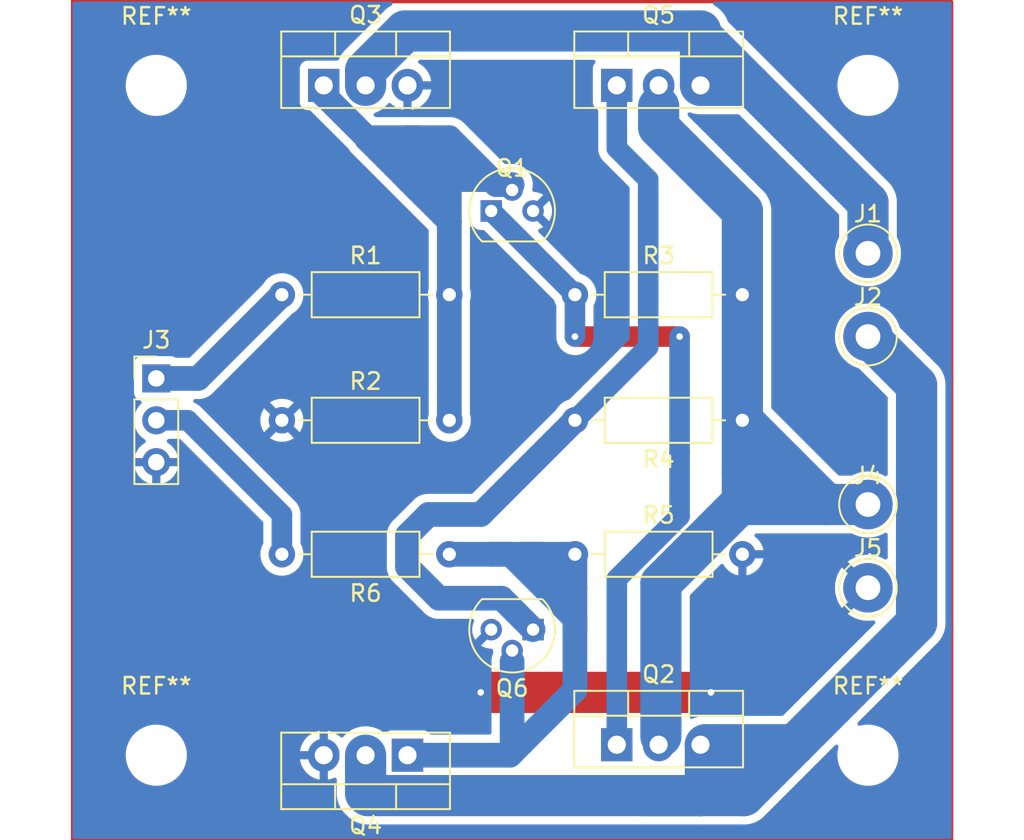
<source format=kicad_pcb>
(kicad_pcb (version 20221018) (generator pcbnew)
  (layers (0 "F.Cu" signal) (31 "B.Cu" signal) (34 "B.Paste" user) (35 "F.Paste" user) (36 "B.SilkS" user "B.Silkscreen") (37 "F.SilkS" user "F.Silkscreen") (38 "B.Mask" user) (39 "F.Mask" user) (44 "Edge.Cuts" user))
  (net 0 "")
  (net 1 "Net-(J1-Pin_1)")
  (net 2 "Net-(J2-Pin_1)")
  (net 3 "S1")
  (net 4 "S2")
  (net 5 "GND")
  (net 6 "VCC")
  (net 7 "Net-(Q1-D)")
  (net 8 "Net-(Q1-G)")
  (net 9 "Net-(Q4-G)")
  (net 10 "Net-(Q5-G)")
  (footprint "MountingHole:MountingHole_3.2mm_M3" (layer "F.Cu") (at 175.26 121.92)
    (fp_text reference "REF**" (at 0 -4.2) (layer "F.SilkS"))
    (fp_text value "MountingHole_3.2mm_M3")
    (pad "" np_thru_hole circle (at 0 0) (size 3.2 3.2) (drill 3.2) (layers "F&B.Cu" "*.Mask"))
  )
  (footprint "Package_TO_SOT_THT:TO-220-3_Vertical" (layer "F.Cu") (at 147.32 121.92 180)
    (fp_text reference "Q4" (at 2.54 -4.27) (layer "F.SilkS"))
    (fp_text value "2Sk3140")
    (fp_line (start -2.58 -3.27) (end -2.58 1.371) (stroke (width 0.12)) (layer "F.SilkS"))
    (fp_line (start -2.58 -3.27) (end 7.66 -3.27) (stroke (width 0.12)) (layer "F.SilkS"))
    (fp_line (start -2.58 -1.76) (end 7.66 -1.76) (stroke (width 0.12)) (layer "F.SilkS"))
    (fp_line (start -2.58 1.371) (end 7.66 1.371) (stroke (width 0.12)) (layer "F.SilkS"))
    (fp_line (start 0.69 -3.27) (end 0.69 -1.76) (stroke (width 0.12)) (layer "F.SilkS"))
    (fp_line (start 4.391 -3.27) (end 4.391 -1.76) (stroke (width 0.12)) (layer "F.SilkS"))
    (fp_line (start 7.66 -3.27) (end 7.66 1.371) (stroke (width 0.12)) (layer "F.SilkS"))
    (pad "1" thru_hole rect (at 0 0 180) (size 1.905 2) (drill 1.1) (layers "*.Cu" "*.Mask") (net 9 "Net-(Q4-G)"))
    (pad "2" thru_hole oval (at 2.54 0 180) (size 1.905 2) (drill 1.1) (layers "*.Cu" "*.Mask") (net 2 "Net-(J2-Pin_1)"))
    (pad "3" thru_hole oval (at 5.08 0 180) (size 1.905 2) (drill 1.1) (layers "*.Cu" "*.Mask") (net 5 "GND"))
  )
  (footprint "Resistor_THT:R_Axial_DIN0207_L6.3mm_D2.5mm_P10.16mm_Horizontal" (layer "F.Cu") (at 157.48 93.98)
    (fp_text reference "R3" (at 5.08 -2.37) (layer "F.SilkS"))
    (fp_text value "470")
    (fp_line (start 1.04 0) (end 1.81 0) (stroke (width 0.12)) (layer "F.SilkS"))
    (fp_line (start 1.81 -1.37) (end 1.81 1.37) (stroke (width 0.12)) (layer "F.SilkS"))
    (fp_line (start 1.81 1.37) (end 8.35 1.37) (stroke (width 0.12)) (layer "F.SilkS"))
    (fp_line (start 8.35 -1.37) (end 1.81 -1.37) (stroke (width 0.12)) (layer "F.SilkS"))
    (fp_line (start 8.35 1.37) (end 8.35 -1.37) (stroke (width 0.12)) (layer "F.SilkS"))
    (fp_line (start 9.12 0) (end 8.35 0) (stroke (width 0.12)) (layer "F.SilkS"))
    (pad "1" thru_hole circle (at 0 0) (size 1.6 1.6) (drill 0.8) (layers "*.Cu" "*.Mask") (net 7 "Net-(Q1-D)"))
    (pad "2" thru_hole oval (at 10.16 0) (size 1.6 1.6) (drill 0.8) (layers "*.Cu" "*.Mask") (net 6 "VCC"))
  )
  (footprint "Package_TO_SOT_THT:TO-92" (layer "F.Cu") (at 154.94 114.3 180)
    (fp_text reference "Q6" (at 1.27 -3.56) (layer "F.SilkS"))
    (fp_text value "2SK369")
    (fp_line (start -0.53 1.85) (end 3.07 1.85) (stroke (width 0.12)) (layer "F.SilkS"))
    (fp_arc (start -0.568478 1.838478) (mid -1.132087 -0.994977) (end 1.27 -2.6) (stroke (width 0.12)) (layer "F.SilkS"))
    (fp_arc (start 1.27 -2.6) (mid 3.672087 -0.994977) (end 3.108478 1.838478) (stroke (width 0.12)) (layer "F.SilkS"))
    (pad "1" thru_hole rect (at 0 0 180) (size 1.3 1.3) (drill 0.75) (layers "*.Cu" "*.Mask") (net 10 "Net-(Q5-G)"))
    (pad "2" thru_hole circle (at 1.27 -1.27 180) (size 1.3 1.3) (drill 0.75) (layers "*.Cu" "*.Mask") (net 9 "Net-(Q4-G)"))
    (pad "3" thru_hole circle (at 2.54 0 180) (size 1.3 1.3) (drill 0.75) (layers "*.Cu" "*.Mask") (net 5 "GND"))
  )
  (footprint "MountingHole:MountingHole_3.2mm_M3" (layer "F.Cu") (at 175.26 81.28)
    (fp_text reference "REF**" (at 0 -4.2) (layer "F.SilkS"))
    (fp_text value "MountingHole_3.2mm_M3")
    (pad "" np_thru_hole circle (at 0 0) (size 3.2 3.2) (drill 3.2) (layers "*.Cu" "*.Mask"))
  )
  (footprint "Resistor_THT:R_Axial_DIN0207_L6.3mm_D2.5mm_P10.16mm_Horizontal" (layer "F.Cu") (at 167.64 101.6 180)
    (fp_text reference "R4" (at 5.08 -2.37) (layer "F.SilkS"))
    (fp_text value "470")
    (fp_line (start 1.04 0) (end 1.81 0) (stroke (width 0.12)) (layer "F.SilkS"))
    (fp_line (start 1.81 -1.37) (end 1.81 1.37) (stroke (width 0.12)) (layer "F.SilkS"))
    (fp_line (start 1.81 1.37) (end 8.35 1.37) (stroke (width 0.12)) (layer "F.SilkS"))
    (fp_line (start 8.35 -1.37) (end 1.81 -1.37) (stroke (width 0.12)) (layer "F.SilkS"))
    (fp_line (start 8.35 1.37) (end 8.35 -1.37) (stroke (width 0.12)) (layer "F.SilkS"))
    (fp_line (start 9.12 0) (end 8.35 0) (stroke (width 0.12)) (layer "F.SilkS"))
    (pad "1" thru_hole circle (at 0 0 180) (size 1.6 1.6) (drill 0.8) (layers "*.Cu" "*.Mask") (net 6 "VCC"))
    (pad "2" thru_hole oval (at 10.16 0 180) (size 1.6 1.6) (drill 0.8) (layers "*.Cu" "*.Mask") (net 10 "Net-(Q5-G)"))
  )
  (footprint "TestPoint:TestPoint_THTPad_D3.0mm_Drill1.5mm" (layer "F.Cu") (at 175.26 96.52)
    (fp_text reference "J2" (at 0 -2.398) (layer "F.SilkS"))
    (fp_text value "OUT-B")
    (fp_circle (center 0 0) (end 0 1.75) (stroke (width 0.12)) (fill none) (layer "F.SilkS"))
    (pad "1" thru_hole circle (at 0 0) (size 3 3) (drill 1.5) (layers "*.Cu" "*.Mask") (net 2 "Net-(J2-Pin_1)"))
  )
  (footprint "Package_TO_SOT_THT:TO-220-3_Vertical" (layer "F.Cu") (at 160.02 81.28)
    (fp_text reference "Q5" (at 2.54 -4.27) (layer "F.SilkS"))
    (fp_text value "2SJ334")
    (fp_line (start -2.58 -3.27) (end -2.58 1.371) (stroke (width 0.12)) (layer "F.SilkS"))
    (fp_line (start -2.58 -3.27) (end 7.66 -3.27) (stroke (width 0.12)) (layer "F.SilkS"))
    (fp_line (start -2.58 -1.76) (end 7.66 -1.76) (stroke (width 0.12)) (layer "F.SilkS"))
    (fp_line (start -2.58 1.371) (end 7.66 1.371) (stroke (width 0.12)) (layer "F.SilkS"))
    (fp_line (start 0.69 -3.27) (end 0.69 -1.76) (stroke (width 0.12)) (layer "F.SilkS"))
    (fp_line (start 4.391 -3.27) (end 4.391 -1.76) (stroke (width 0.12)) (layer "F.SilkS"))
    (fp_line (start 7.66 -3.27) (end 7.66 1.371) (stroke (width 0.12)) (layer "F.SilkS"))
    (pad "1" thru_hole rect (at 0 0) (size 1.905 2) (drill 1.1) (layers "*.Cu" "*.Mask") (net 10 "Net-(Q5-G)"))
    (pad "2" thru_hole oval (at 2.54 0) (size 1.905 2) (drill 1.1) (layers "*.Cu" "*.Mask") (net 6 "VCC"))
    (pad "3" thru_hole oval (at 5.08 0) (size 1.905 2) (drill 1.1) (layers "*.Cu" "*.Mask") (net 1 "Net-(J1-Pin_1)"))
  )
  (footprint "Package_TO_SOT_THT:TO-220-3_Vertical" (layer "F.Cu") (at 142.24 81.28)
    (fp_text reference "Q3" (at 2.54 -4.27) (layer "F.SilkS"))
    (fp_text value "2Sk3140")
    (fp_line (start -2.58 -3.27) (end -2.58 1.371) (stroke (width 0.12)) (layer "F.SilkS"))
    (fp_line (start -2.58 -3.27) (end 7.66 -3.27) (stroke (width 0.12)) (layer "F.SilkS"))
    (fp_line (start -2.58 -1.76) (end 7.66 -1.76) (stroke (width 0.12)) (layer "F.SilkS"))
    (fp_line (start -2.58 1.371) (end 7.66 1.371) (stroke (width 0.12)) (layer "F.SilkS"))
    (fp_line (start 0.69 -3.27) (end 0.69 -1.76) (stroke (width 0.12)) (layer "F.SilkS"))
    (fp_line (start 4.391 -3.27) (end 4.391 -1.76) (stroke (width 0.12)) (layer "F.SilkS"))
    (fp_line (start 7.66 -3.27) (end 7.66 1.371) (stroke (width 0.12)) (layer "F.SilkS"))
    (pad "1" thru_hole rect (at 0 0) (size 1.905 2) (drill 1.1) (layers "*.Cu" "*.Mask") (net 8 "Net-(Q1-G)"))
    (pad "2" thru_hole oval (at 2.54 0) (size 1.905 2) (drill 1.1) (layers "*.Cu" "*.Mask") (net 1 "Net-(J1-Pin_1)"))
    (pad "3" thru_hole oval (at 5.08 0) (size 1.905 2) (drill 1.1) (layers "*.Cu" "*.Mask") (net 5 "GND"))
  )
  (footprint "Connector_PinHeader_2.54mm:PinHeader_1x03_P2.54mm_Vertical" (layer "F.Cu") (at 132.08 99.06)
    (fp_text reference "J3" (at 0 -2.33) (layer "F.SilkS"))
    (fp_text value "pwm")
    (fp_line (start -1.33 -1.33) (end 0 -1.33) (stroke (width 0.12)) (layer "F.SilkS"))
    (fp_line (start -1.33 0) (end -1.33 -1.33) (stroke (width 0.12)) (layer "F.SilkS"))
    (fp_line (start -1.33 1.27) (end -1.33 6.41) (stroke (width 0.12)) (layer "F.SilkS"))
    (fp_line (start -1.33 1.27) (end 1.33 1.27) (stroke (width 0.12)) (layer "F.SilkS"))
    (fp_line (start -1.33 6.41) (end 1.33 6.41) (stroke (width 0.12)) (layer "F.SilkS"))
    (fp_line (start 1.33 1.27) (end 1.33 6.41) (stroke (width 0.12)) (layer "F.SilkS"))
    (pad "1" thru_hole rect (at 0 0) (size 1.7 1.7) (drill 1) (layers "*.Cu" "*.Mask") (net 3 "S1"))
    (pad "2" thru_hole oval (at 0 2.54) (size 1.7 1.7) (drill 1) (layers "*.Cu" "*.Mask") (net 4 "S2"))
    (pad "3" thru_hole oval (at 0 5.08) (size 1.7 1.7) (drill 1) (layers "*.Cu" "*.Mask") (net 5 "GND"))
  )
  (footprint "Resistor_THT:R_Axial_DIN0207_L6.3mm_D2.5mm_P10.16mm_Horizontal" (layer "F.Cu") (at 139.7 101.6)
    (fp_text reference "R2" (at 5.08 -2.37) (layer "F.SilkS"))
    (fp_text value "2K")
    (fp_line (start 1.04 0) (end 1.81 0) (stroke (width 0.12)) (layer "F.SilkS"))
    (fp_line (start 1.81 -1.37) (end 1.81 1.37) (stroke (width 0.12)) (layer "F.SilkS"))
    (fp_line (start 1.81 1.37) (end 8.35 1.37) (stroke (width 0.12)) (layer "F.SilkS"))
    (fp_line (start 8.35 -1.37) (end 1.81 -1.37) (stroke (width 0.12)) (layer "F.SilkS"))
    (fp_line (start 8.35 1.37) (end 8.35 -1.37) (stroke (width 0.12)) (layer "F.SilkS"))
    (fp_line (start 9.12 0) (end 8.35 0) (stroke (width 0.12)) (layer "F.SilkS"))
    (pad "1" thru_hole circle (at 0 0) (size 1.6 1.6) (drill 0.8) (layers "*.Cu" "*.Mask") (net 5 "GND"))
    (pad "2" thru_hole oval (at 10.16 0) (size 1.6 1.6) (drill 0.8) (layers "*.Cu" "*.Mask") (net 8 "Net-(Q1-G)"))
  )
  (footprint "TestPoint:TestPoint_THTPad_D3.0mm_Drill1.5mm" (layer "F.Cu") (at 175.26 91.47)
    (fp_text reference "J1" (at 0 -2.398) (layer "F.SilkS"))
    (fp_text value "OUT-A")
    (fp_circle (center 0 0) (end 0 1.75) (stroke (width 0.12)) (fill none) (layer "F.SilkS"))
    (pad "1" thru_hole circle (at 0 0) (size 3 3) (drill 1.5) (layers "*.Cu" "*.Mask") (net 1 "Net-(J1-Pin_1)"))
  )
  (footprint "Package_TO_SOT_THT:TO-220-3_Vertical" (layer "F.Cu") (at 160.02 121.285)
    (fp_text reference "Q2" (at 2.54 -4.27) (layer "F.SilkS"))
    (fp_text value "2SJ334")
    (fp_line (start -2.58 -3.27) (end -2.58 1.371) (stroke (width 0.12)) (layer "F.SilkS"))
    (fp_line (start -2.58 -3.27) (end 7.66 -3.27) (stroke (width 0.12)) (layer "F.SilkS"))
    (fp_line (start -2.58 -1.76) (end 7.66 -1.76) (stroke (width 0.12)) (layer "F.SilkS"))
    (fp_line (start -2.58 1.371) (end 7.66 1.371) (stroke (width 0.12)) (layer "F.SilkS"))
    (fp_line (start 0.69 -3.27) (end 0.69 -1.76) (stroke (width 0.12)) (layer "F.SilkS"))
    (fp_line (start 4.391 -3.27) (end 4.391 -1.76) (stroke (width 0.12)) (layer "F.SilkS"))
    (fp_line (start 7.66 -3.27) (end 7.66 1.371) (stroke (width 0.12)) (layer "F.SilkS"))
    (pad "1" thru_hole rect (at 0 0) (size 1.905 2) (drill 1.1) (layers "*.Cu" "*.Mask") (net 7 "Net-(Q1-D)"))
    (pad "2" thru_hole oval (at 2.54 0) (size 1.905 2) (drill 1.1) (layers "*.Cu" "*.Mask") (net 6 "VCC"))
    (pad "3" thru_hole oval (at 5.08 0) (size 1.905 2) (drill 1.1) (layers "*.Cu" "*.Mask") (net 2 "Net-(J2-Pin_1)"))
  )
  (footprint "TestPoint:TestPoint_THTPad_D3.0mm_Drill1.5mm" (layer "F.Cu") (at 175.26 111.76)
    (fp_text reference "J5" (at 0 -2.398) (layer "F.SilkS"))
    (fp_text value "gnd")
    (fp_circle (center 0 0) (end 0 1.75) (stroke (width 0.12)) (fill none) (layer "F.SilkS"))
    (pad "1" thru_hole circle (at 0 0) (size 3 3) (drill 1.5) (layers "*.Cu" "*.Mask") (net 5 "GND"))
  )
  (footprint "Resistor_THT:R_Axial_DIN0207_L6.3mm_D2.5mm_P10.16mm_Horizontal" (layer "F.Cu") (at 149.86 109.728 180)
    (fp_text reference "R6" (at 5.08 -2.37) (layer "F.SilkS"))
    (fp_text value "470")
    (fp_line (start 1.04 0) (end 1.81 0) (stroke (width 0.12)) (layer "F.SilkS"))
    (fp_line (start 1.81 -1.37) (end 1.81 1.37) (stroke (width 0.12)) (layer "F.SilkS"))
    (fp_line (start 1.81 1.37) (end 8.35 1.37) (stroke (width 0.12)) (layer "F.SilkS"))
    (fp_line (start 8.35 -1.37) (end 1.81 -1.37) (stroke (width 0.12)) (layer "F.SilkS"))
    (fp_line (start 8.35 1.37) (end 8.35 -1.37) (stroke (width 0.12)) (layer "F.SilkS"))
    (fp_line (start 9.12 0) (end 8.35 0) (stroke (width 0.12)) (layer "F.SilkS"))
    (pad "1" thru_hole circle (at 0 0 180) (size 1.6 1.6) (drill 0.8) (layers "*.Cu" "*.Mask") (net 9 "Net-(Q4-G)"))
    (pad "2" thru_hole oval (at 10.16 0 180) (size 1.6 1.6) (drill 0.8) (layers "*.Cu" "*.Mask") (net 4 "S2"))
  )
  (footprint "Package_TO_SOT_THT:TO-92" (layer "F.Cu") (at 152.4 88.9)
    (fp_text reference "Q1" (at 1.27 -2.6) (layer "F.SilkS"))
    (fp_text value "2SK369")
    (fp_line (start -0.53 1.85) (end 3.07 1.85) (stroke (width 0.12)) (layer "F.SilkS"))
    (fp_arc (start -0.568478 1.838478) (mid -1.132087 -0.994977) (end 1.27 -2.6) (stroke (width 0.12)) (layer "F.SilkS"))
    (fp_arc (start 1.27 -2.6) (mid 3.672087 -0.994977) (end 3.108478 1.838478) (stroke (width 0.12)) (layer "F.SilkS"))
    (pad "1" thru_hole rect (at 0 0) (size 1.3 1.3) (drill 0.75) (layers "*.Cu" "*.Mask") (net 7 "Net-(Q1-D)"))
    (pad "2" thru_hole circle (at 1.27 -1.27) (size 1.3 1.3) (drill 0.75) (layers "*.Cu" "*.Mask") (net 8 "Net-(Q1-G)"))
    (pad "3" thru_hole circle (at 2.54 0) (size 1.3 1.3) (drill 0.75) (layers "*.Cu" "*.Mask") (net 5 "GND"))
  )
  (footprint "Resistor_THT:R_Axial_DIN0207_L6.3mm_D2.5mm_P10.16mm_Horizontal" (layer "F.Cu") (at 139.7 93.98)
    (fp_text reference "R1" (at 5.08 -2.37) (layer "F.SilkS"))
    (fp_text value "470")
    (fp_line (start 1.04 0) (end 1.81 0) (stroke (width 0.12)) (layer "F.SilkS"))
    (fp_line (start 1.81 -1.37) (end 1.81 1.37) (stroke (width 0.12)) (layer "F.SilkS"))
    (fp_line (start 1.81 1.37) (end 8.35 1.37) (stroke (width 0.12)) (layer "F.SilkS"))
    (fp_line (start 8.35 -1.37) (end 1.81 -1.37) (stroke (width 0.12)) (layer "F.SilkS"))
    (fp_line (start 8.35 1.37) (end 8.35 -1.37) (stroke (width 0.12)) (layer "F.SilkS"))
    (fp_line (start 9.12 0) (end 8.35 0) (stroke (width 0.12)) (layer "F.SilkS"))
    (pad "1" thru_hole circle (at 0 0) (size 1.6 1.6) (drill 0.8) (layers "*.Cu" "*.Mask") (net 3 "S1"))
    (pad "2" thru_hole oval (at 10.16 0) (size 1.6 1.6) (drill 0.8) (layers "*.Cu" "*.Mask") (net 8 "Net-(Q1-G)"))
  )
  (footprint "TestPoint:TestPoint_THTPad_D3.0mm_Drill1.5mm" (layer "F.Cu") (at 175.26 106.71)
    (fp_text reference "J4" (at 0 -1.75) (layer "F.SilkS"))
    (fp_text value "vcc")
    (fp_circle (center 0 0) (end 0 1.75) (stroke (width 0.12)) (fill none) (layer "F.SilkS"))
    (pad "1" thru_hole circle (at 0 0) (size 3 3) (drill 1.5) (layers "*.Cu" "*.Mask") (net 6 "VCC"))
  )
  (footprint "Resistor_THT:R_Axial_DIN0207_L6.3mm_D2.5mm_P10.16mm_Horizontal" (layer "F.Cu") (at 157.48 109.728)
    (fp_text reference "R5" (at 5.08 -2.37) (layer "F.SilkS"))
    (fp_text value "2K")
    (fp_line (start 1.04 0) (end 1.81 0) (stroke (width 0.12)) (layer "F.SilkS"))
    (fp_line (start 1.81 -1.37) (end 1.81 1.37) (stroke (width 0.12)) (layer "F.SilkS"))
    (fp_line (start 1.81 1.37) (end 8.35 1.37) (stroke (width 0.12)) (layer "F.SilkS"))
    (fp_line (start 8.35 -1.37) (end 1.81 -1.37) (stroke (width 0.12)) (layer "F.SilkS"))
    (fp_line (start 8.35 1.37) (end 8.35 -1.37) (stroke (width 0.12)) (layer "F.SilkS"))
    (fp_line (start 9.12 0) (end 8.35 0) (stroke (width 0.12)) (layer "F.SilkS"))
    (pad "1" thru_hole circle (at 0 0) (size 1.6 1.6) (drill 0.8) (layers "*.Cu" "*.Mask") (net 9 "Net-(Q4-G)"))
    (pad "2" thru_hole oval (at 10.16 0) (size 1.6 1.6) (drill 0.8) (layers "*.Cu" "*.Mask") (net 5 "GND"))
  )
  (footprint "MountingHole:MountingHole_3.2mm_M3" (layer "F.Cu") (at 132.08 81.28)
    (fp_text reference "REF**" (at 0 -4.2) (layer "F.SilkS"))
    (fp_text value "MountingHole_3.2mm_M3")
    (pad "" np_thru_hole circle (at 0 0) (size 3.2 3.2) (drill 3.2) (layers "F&B.Cu" "*.Mask"))
  )
  (footprint "MountingHole:MountingHole_3.2mm_M3" (layer "F.Cu") (at 132.08 121.92)
    (fp_text reference "REF**" (at 0 -4.2) (layer "F.SilkS"))
    (fp_text value "MountingHole_3.2mm_M3")
    (pad "" np_thru_hole circle (at 0 0) (size 3.2 3.2) (drill 3.2) (layers "F&B.Cu" "*.Mask"))
  )
  (gr_rect (start 127 76.2) (end 180.34 127) (stroke (width 0.2)) (fill none) (layer "F.Cu"))
  (segment (start 165.1 81.28) (end 165.1 77.978) (width 2.5) (layer "B.Cu") (net 1))
  (segment (start 168.148 81.28) (end 165.1 81.28) (width 2.5) (layer "B.Cu") (net 1))
  (segment (start 165.1 78.232) (end 168.148 81.28) (width 2.5) (layer "B.Cu") (net 1))
  (segment (start 144.78 80.374852) (end 144.78 81.28) (width 2.5) (layer "B.Cu") (net 1))
  (segment (start 147.176852 77.978) (end 164.846 77.978) (width 2.5) (layer "B.Cu") (net 1))
  (segment (start 165.1 77.978) (end 165.1 78.232) (width 2.5) (layer "B.Cu") (net 1))
  (segment (start 164.846 77.978) (end 165.1 78.232) (width 2.5) (layer "B.Cu") (net 1))
  (segment (start 147.176852 77.978) (end 144.78 80.374852) (width 2.5) (layer "B.Cu") (net 1))
  (segment (start 175.26 91.47) (end 175.26 88.392) (width 2.5) (layer "B.Cu") (net 1))
  (segment (start 175.26 88.392) (end 168.148 81.28) (width 2.5) (layer "B.Cu") (net 1))
  (segment (start 167.005 123.19) (end 166.7775 123.4175) (width 2.5) (layer "B.Cu") (net 2))
  (segment (start 175.26 96.52) (end 178.21 99.47) (width 2.5) (layer "B.Cu") (net 2))
  (segment (start 165.1 124.37) (end 161.564852 124.37) (width 2.5) (layer "B.Cu") (net 2))
  (segment (start 168.91 123.19) (end 167.73 124.37) (width 2.5) (layer "B.Cu") (net 2))
  (segment (start 165.3975 122.555) (end 165.915 122.555) (width 2.5) (layer "B.Cu") (net 2))
  (segment (start 144.78 124.2325) (end 144.9175 124.37) (width 2.5) (layer "B.Cu") (net 2))
  (segment (start 167.73 124.37) (end 165.1 124.37) (width 2.5) (layer "B.Cu") (net 2))
  (segment (start 170.815 121.285) (end 168.91 123.19) (width 2.5) (layer "B.Cu") (net 2))
  (segment (start 178.21 113.89) (end 170.815 121.285) (width 2.5) (layer "B.Cu") (net 2))
  (segment (start 165.915 122.555) (end 166.7775 123.4175) (width 2.5) (layer "B.Cu") (net 2))
  (segment (start 166.7775 123.4175) (end 167.73 124.37) (width 2.5) (layer "B.Cu") (net 2))
  (segment (start 165.1 124.37) (end 165.3975 124.0725) (width 2.5) (layer "B.Cu") (net 2))
  (segment (start 178.21 99.47) (end 178.21 113.89) (width 2.5) (layer "B.Cu") (net 2))
  (segment (start 165.3975 122.555) (end 165.3975 121.285) (width 2.5) (layer "B.Cu") (net 2))
  (segment (start 168.91 123.19) (end 167.005 123.19) (width 2.5) (layer "B.Cu") (net 2))
  (segment (start 170.815 121.285) (end 165.3975 121.285) (width 2.5) (layer "B.Cu") (net 2))
  (segment (start 165.3975 124.0725) (end 165.3975 122.555) (width 2.5) (layer "B.Cu") (net 2))
  (segment (start 144.78 121.92) (end 144.78 124.2325) (width 2.5) (layer "B.Cu") (net 2))
  (segment (start 144.9175 124.37) (end 165.1 124.37) (width 2.5) (layer "B.Cu") (net 2))
  (segment (start 134.62 99.06) (end 132.08 99.06) (width 1.5) (layer "B.Cu") (net 3))
  (segment (start 139.7 93.98) (end 134.62 99.06) (width 1.5) (layer "B.Cu") (net 3))
  (segment (start 139.7 109.728) (end 139.7 107.315) (width 1.25) (layer "B.Cu") (net 4))
  (segment (start 133.985 101.6) (end 132.08 101.6) (width 1.25) (layer "B.Cu") (net 4))
  (segment (start 139.7 107.315) (end 133.985 101.6) (width 1.25) (layer "B.Cu") (net 4))
  (segment (start 165.735 118.11) (end 151.765 118.11) (width 2.5) (layer "F.Cu") (net 5))
  (via (at 151.765 118.11) (size 0.8) (drill 0.4) (layers "F.Cu" "B.Cu") (net 5))
  (via (at 165.735 118.11) (size 0.8) (drill 0.4) (layers "F.Cu" "B.Cu") (net 5))
  (segment (start 169.545 104.775) (end 170.18 104.14) (width 2.5) (layer "B.Cu") (net 6))
  (segment (start 167.64 88.9) (end 162.56 83.82) (width 2.5) (layer "B.Cu") (net 6))
  (segment (start 167.64 106.546019) (end 167.64 104.775) (width 2.5) (layer "B.Cu") (net 6))
  (segment (start 170.18 104.14) (end 167.64 101.6) (width 2.5) (layer "B.Cu") (net 6))
  (segment (start 172.75 106.71) (end 167.476019 106.71) (width 2.5) (layer "B.Cu") (net 6))
  (segment (start 172.75 106.71) (end 170.18 104.14) (width 2.5) (layer "B.Cu") (net 6))
  (segment (start 167.64 104.775) (end 169.545 104.775) (width 2.5) (layer "B.Cu") (net 6))
  (segment (start 162.6975 111.488519) (end 162.6975 120.779123) (width 2.5) (layer "B.Cu") (net 6))
  (segment (start 162.56 83.82) (end 162.56 82.558377) (width 2.5) (layer "B.Cu") (net 6))
  (segment (start 175.26 106.71) (end 172.75 106.71) (width 2.5) (layer "B.Cu") (net 6))
  (segment (start 167.476019 106.71) (end 162.6975 111.488519) (width 2.5) (layer "B.Cu") (net 6))
  (segment (start 167.64 104.775) (end 167.64 101.6) (width 2.5) (layer "B.Cu") (net 6))
  (segment (start 167.64 101.6) (end 167.64 93.98) (width 2.5) (layer "B.Cu") (net 6))
  (segment (start 167.64 93.98) (end 167.64 88.9) (width 2.5) (layer "B.Cu") (net 6))
  (segment (start 167.476019 106.71) (end 167.64 106.546019) (width 2.5) (layer "B.Cu") (net 6))
  (segment (start 157.48 96.52) (end 163.83 96.52) (width 1.25) (layer "F.Cu") (net 7))
  (via (at 157.48 96.52) (size 0.8) (drill 0.4) (layers "F.Cu" "B.Cu") (net 7))
  (via (at 163.83 96.52) (size 0.8) (drill 0.4) (layers "F.Cu" "B.Cu") (net 7))
  (segment (start 160.02 121.285) (end 160.02 111.231525) (width 1.25) (layer "B.Cu") (net 7))
  (segment (start 163.83 103.505) (end 163.83 96.52) (width 1.25) (layer "B.Cu") (net 7))
  (segment (start 163.83 107.421525) (end 163.83 103.505) (width 1.25) (layer "B.Cu") (net 7))
  (segment (start 152.4 88.9) (end 157.48 93.98) (width 1.25) (layer "B.Cu") (net 7))
  (segment (start 160.02 111.231525) (end 163.83 107.421525) (width 1.25) (layer "B.Cu") (net 7))
  (segment (start 157.48 93.98) (end 157.48 96.52) (width 1.25) (layer "B.Cu") (net 7))
  (segment (start 152.705 87.3) (end 153.67 87.3) (width 1.5) (layer "B.Cu") (net 8))
  (segment (start 147.955 87.63) (end 148.2725 87.9475) (width 1.5) (layer "B.Cu") (net 8))
  (segment (start 148.2725 87.9475) (end 149.5425 86.6775) (width 1.5) (layer "B.Cu") (net 8))
  (segment (start 152.4 86.995) (end 149.86 86.995) (width 1.5) (layer "B.Cu") (net 8))
  (segment (start 149.86 101.6) (end 149.86 93.98) (width 1.5) (layer "B.Cu") (net 8))
  (segment (start 144.84373 84.455) (end 144.84373 84.51873) (width 1.5) (layer "B.Cu") (net 8))
  (segment (start 149.225 86.36) (end 149.5425 86.6775) (width 1.5) (layer "B.Cu") (net 8))
  (segment (start 147.32 86.995) (end 147.955 87.63) (width 1.5) (layer "B.Cu") (net 8))
  (segment (start 148.9075 85.4075) (end 149.86 86.36) (width 1.5) (layer "B.Cu") (net 8))
  (segment (start 147.32 84.455) (end 147.955 84.455) (width 1.5) (layer "B.Cu") (net 8))
  (segment (start 144.84373 84.51873) (end 147.955 87.63) (width 1.5) (layer "B.Cu") (net 8))
  (segment (start 147.955 84.455) (end 148.9075 85.4075) (width 1.5) (layer "B.Cu") (net 8))
  (segment (start 142.24 81.28) (end 142.24 81.85127) (width 1.5) (layer "B.Cu") (net 8))
  (segment (start 148.2725 87.9475) (end 149.86 89.535) (width 1.5) (layer "B.Cu") (net 8))
  (segment (start 149.86 89.535) (end 149.86 93.98) (width 1.5) (layer "B.Cu") (net 8))
  (segment (start 142.24 81.85127) (end 144.84373 84.455) (width 1.5) (layer "B.Cu") (net 8))
  (segment (start 148.9075 85.4075) (end 147.955 86.36) (width 1.5) (layer "B.Cu") (net 8))
  (segment (start 149.5425 86.6775) (end 149.86 86.995) (width 1.5) (layer "B.Cu") (net 8))
  (segment (start 147.32 84.455) (end 147.32 86.995) (width 1.5) (layer "B.Cu") (net 8))
  (segment (start 144.84373 84.455) (end 147.32 84.455) (width 1.5) (layer "B.Cu") (net 8))
  (segment (start 149.86 84.455) (end 152.705 87.3) (width 1.5) (layer "B.Cu") (net 8))
  (segment (start 149.86 86.995) (end 149.86 89.535) (width 1.5) (layer "B.Cu") (net 8))
  (segment (start 147.32 84.455) (end 149.86 84.455) (width 1.5) (layer "B.Cu") (net 8))
  (segment (start 147.955 86.36) (end 149.225 86.36) (width 1.5) (layer "B.Cu") (net 8))
  (segment (start 149.86 86.36) (end 149.86 86.995) (width 1.5) (layer "B.Cu") (net 8))
  (segment (start 149.86 84.455) (end 149.86 86.36) (width 1.5) (layer "B.Cu") (net 8))
  (segment (start 152.705 87.3) (end 152.4 86.995) (width 1.5) (layer "B.Cu") (net 8))
  (segment (start 147.955 86.36) (end 147.955 87.63) (width 1.5) (layer "B.Cu") (net 8))
  (segment (start 157.48 111.76) (end 157.48 109.728) (width 1.5) (layer "B.Cu") (net 9))
  (segment (start 149.86 109.728) (end 152.4 109.728) (width 1.5) (layer "B.Cu") (net 9))
  (segment (start 154.305 109.728) (end 157.48 109.728) (width 1.5) (layer "B.Cu") (net 9))
  (segment (start 157.48 113.64) (end 157.48 114.3) (width 1.5) (layer "B.Cu") (net 9))
  (segment (start 157.48 117.971672) (end 157.48 114.3) (width 1.5) (layer "B.Cu") (net 9))
  (segment (start 153.67 121.781672) (end 153.67 116.23) (width 1.5) (layer "B.Cu") (net 9))
  (segment (start 152.4 109.728) (end 154.305 109.728) (width 1.5) (layer "B.Cu") (net 9))
  (segment (start 153.568 109.728) (end 157.48 113.64) (width 1.5) (layer "B.Cu") (net 9))
  (segment (start 155.448 109.728) (end 157.48 111.76) (width 1.5) (layer "B.Cu") (net 9))
  (segment (start 152.4 109.728) (end 153.568 109.728) (width 1.5) (layer "B.Cu") (net 9))
  (segment (start 154.235836 121.215836) (end 157.48 117.971672) (width 1.5) (layer "B.Cu") (net 9))
  (segment (start 154.235836 121.215836) (end 153.531672 121.92) (width 1.5) (layer "B.Cu") (net 9))
  (segment (start 153.531672 121.92) (end 153.67 121.781672) (width 1.5) (layer "B.Cu") (net 9))
  (segment (start 157.48 114.3) (end 157.48 111.76) (width 1.5) (layer "B.Cu") (net 9))
  (segment (start 154.305 109.728) (end 155.448 109.728) (width 1.5) (layer "B.Cu") (net 9))
  (segment (start 153.531672 121.92) (end 147.32 121.92) (width 1.5) (layer "B.Cu") (net 9))
  (segment (start 147.32 108.585) (end 148.59 107.315) (width 1.5) (layer "B.Cu") (net 10))
  (segment (start 153.035 112.395) (end 149.225 112.395) (width 1.5) (layer "B.Cu") (net 10))
  (segment (start 160.02 81.28) (end 160.02 85.09) (width 1.25) (layer "B.Cu") (net 10))
  (segment (start 147.32 110.49) (end 147.32 108.585) (width 1.5) (layer "B.Cu") (net 10))
  (segment (start 161.925 97.155) (end 157.48 101.6) (width 1.25) (layer "B.Cu") (net 10))
  (segment (start 160.02 85.09) (end 161.925 86.995) (width 1.25) (layer "B.Cu") (net 10))
  (segment (start 161.925 86.995) (end 161.925 97.155) (width 1.25) (layer "B.Cu") (net 10))
  (segment (start 154.94 114.3) (end 153.035 112.395) (width 1.5) (layer "B.Cu") (net 10))
  (segment (start 151.765 107.315) (end 157.48 101.6) (width 1.5) (layer "B.Cu") (net 10))
  (segment (start 148.59 107.315) (end 151.765 107.315) (width 1.5) (layer "B.Cu") (net 10))
  (segment (start 149.225 112.395) (end 147.32 110.49) (width 1.5) (layer "B.Cu") (net 10))
  (zone (net 5) (net_name "GND") (layer "B.Cu") (connect_pads (clearance 0.5)) (min_thickness 0.25) (fill yes (thermal_gap 0.5) (thermal_bridge_width 0.5))
    (polygon (pts (xy 127 76.2) (xy 180.34 76.2) (xy 180.34 127) (xy 127 127)))
  )
)
</source>
